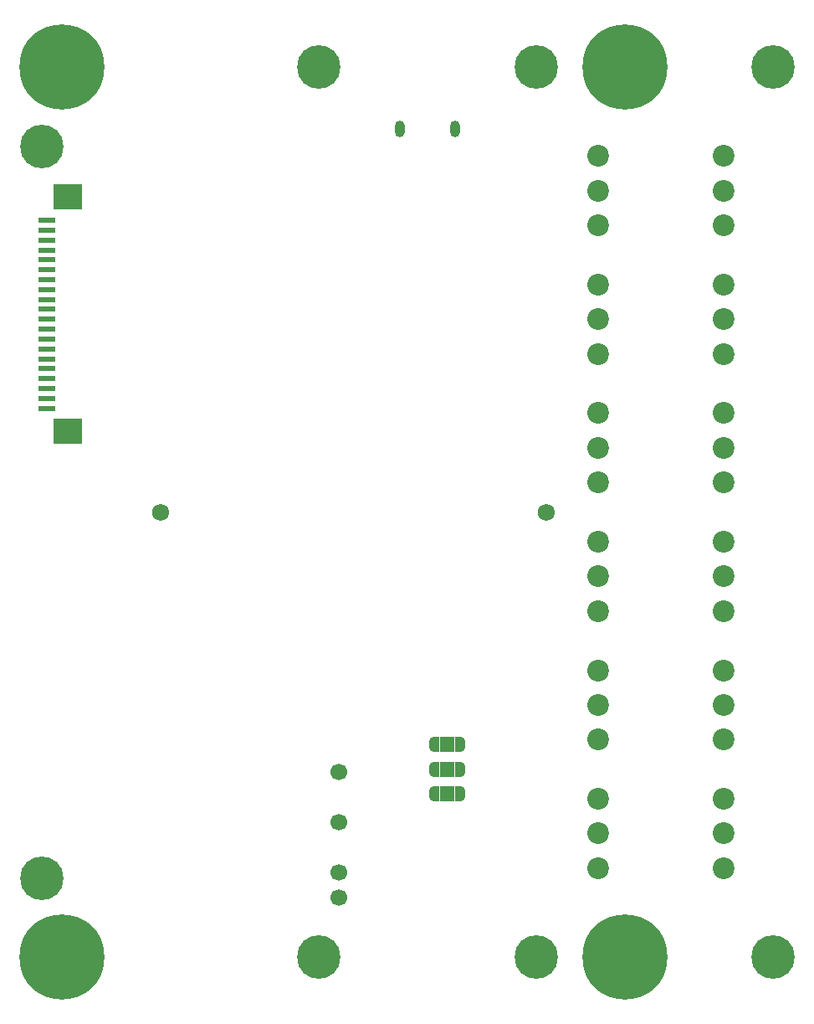
<source format=gbr>
%TF.GenerationSoftware,KiCad,Pcbnew,9.0.6*%
%TF.CreationDate,2025-11-30T12:45:29+03:00*%
%TF.ProjectId,PMIFC-1Wx12,504d4946-432d-4315-9778-31322e6b6963,rev?*%
%TF.SameCoordinates,PX3dfd240PY5f5e100*%
%TF.FileFunction,Soldermask,Bot*%
%TF.FilePolarity,Negative*%
%FSLAX46Y46*%
G04 Gerber Fmt 4.6, Leading zero omitted, Abs format (unit mm)*
G04 Created by KiCad (PCBNEW 9.0.6) date 2025-11-30 12:45:29*
%MOMM*%
%LPD*%
G01*
G04 APERTURE LIST*
G04 Aperture macros list*
%AMFreePoly0*
4,1,23,0.550000,-0.750000,0.000000,-0.750000,0.000000,-0.745722,-0.065263,-0.745722,-0.191342,-0.711940,-0.304381,-0.646677,-0.396677,-0.554381,-0.461940,-0.441342,-0.495722,-0.315263,-0.495722,-0.250000,-0.500000,-0.250000,-0.500000,0.250000,-0.495722,0.250000,-0.495722,0.315263,-0.461940,0.441342,-0.396677,0.554381,-0.304381,0.646677,-0.191342,0.711940,-0.065263,0.745722,0.000000,0.745722,
0.000000,0.750000,0.550000,0.750000,0.550000,-0.750000,0.550000,-0.750000,$1*%
%AMFreePoly1*
4,1,23,0.000000,0.745722,0.065263,0.745722,0.191342,0.711940,0.304381,0.646677,0.396677,0.554381,0.461940,0.441342,0.495722,0.315263,0.495722,0.250000,0.500000,0.250000,0.500000,-0.250000,0.495722,-0.250000,0.495722,-0.315263,0.461940,-0.441342,0.396677,-0.554381,0.304381,-0.646677,0.191342,-0.711940,0.065263,-0.745722,0.000000,-0.745722,0.000000,-0.750000,-0.550000,-0.750000,
-0.550000,0.750000,0.000000,0.750000,0.000000,0.745722,0.000000,0.745722,$1*%
G04 Aperture macros list end*
%ADD10C,0.700000*%
%ADD11C,4.400000*%
%ADD12C,2.200000*%
%ADD13C,1.725000*%
%ADD14C,0.900000*%
%ADD15C,8.600000*%
%ADD16O,1.000000X1.700000*%
%ADD17C,1.700000*%
%ADD18FreePoly0,180.000000*%
%ADD19R,1.000000X1.500000*%
%ADD20FreePoly1,180.000000*%
%ADD21R,1.800000X0.600000*%
%ADD22R,3.000000X2.600000*%
G04 APERTURE END LIST*
%TO.C,JP6*%
G36*
X4750000Y-25250000D02*
G01*
X3250000Y-25250000D01*
X3250000Y-26750000D01*
X4750000Y-26750000D01*
X4750000Y-25250000D01*
G37*
%TO.C,JP7*%
G36*
X4750000Y-22750000D02*
G01*
X3250000Y-22750000D01*
X3250000Y-24250000D01*
X4750000Y-24250000D01*
X4750000Y-22750000D01*
G37*
%TO.C,JP5*%
G36*
X4750000Y-27750000D02*
G01*
X3250000Y-27750000D01*
X3250000Y-29250000D01*
X4750000Y-29250000D01*
X4750000Y-27750000D01*
G37*
%TD*%
D10*
%TO.C,U1*%
X-38650000Y37000000D03*
X-38650000Y-37000000D03*
X-38166726Y38166726D03*
X-38166726Y35833274D03*
X-38166726Y-35833274D03*
X-38166726Y-38166726D03*
X-37000000Y38650000D03*
D11*
X-37000000Y37000000D03*
D10*
X-37000000Y35350000D03*
X-37000000Y-35350000D03*
D11*
X-37000000Y-37000000D03*
D10*
X-37000000Y-38650000D03*
X-35833274Y38166726D03*
X-35833274Y35833274D03*
X-35833274Y-35833274D03*
X-35833274Y-38166726D03*
X-35350000Y37000000D03*
X-35350000Y-37000000D03*
X-10650000Y45000000D03*
X-10650000Y-45000000D03*
X-10166726Y46166726D03*
X-10166726Y43833274D03*
X-10166726Y-43833274D03*
X-10166726Y-46166726D03*
X-9000000Y46650000D03*
D11*
X-9000000Y45000000D03*
D10*
X-9000000Y43350000D03*
X-9000000Y-43350000D03*
D11*
X-9000000Y-45000000D03*
D10*
X-9000000Y-46650000D03*
X-7833274Y46166726D03*
X-7833274Y43833274D03*
X-7833274Y-43833274D03*
X-7833274Y-46166726D03*
X-7350000Y45000000D03*
X-7350000Y-45000000D03*
%TD*%
D12*
%TO.C,J6*%
X32000000Y-36000000D03*
X32000000Y-32500000D03*
X32000000Y-29000000D03*
X19300000Y-36000000D03*
X19300000Y-32500000D03*
X19300000Y-29000000D03*
%TD*%
D13*
%TO.C,U4*%
X14000000Y0D03*
%TD*%
D10*
%TO.C,SP1*%
X11350000Y45000000D03*
X11350000Y-45000000D03*
X11833274Y46166726D03*
X11833274Y43833274D03*
X11833274Y-43833274D03*
X11833274Y-46166726D03*
X13000000Y46650000D03*
D11*
X13000000Y45000000D03*
D10*
X13000000Y43350000D03*
X13000000Y-43350000D03*
D11*
X13000000Y-45000000D03*
D10*
X13000000Y-46650000D03*
X14166726Y46166726D03*
X14166726Y43833274D03*
X14166726Y-43833274D03*
X14166726Y-46166726D03*
X14650000Y45000000D03*
X14650000Y-45000000D03*
X35350000Y45000000D03*
X35350000Y-45000000D03*
X35833274Y46166726D03*
X35833274Y43833274D03*
X35833274Y-43833274D03*
X35833274Y-46166726D03*
X37000000Y46650000D03*
D11*
X37000000Y45000000D03*
D10*
X37000000Y43350000D03*
X37000000Y-43350000D03*
D11*
X37000000Y-45000000D03*
D10*
X37000000Y-46650000D03*
X38166726Y46166726D03*
X38166726Y43833274D03*
X38166726Y-43833274D03*
X38166726Y-46166726D03*
X38650000Y45000000D03*
X38650000Y-45000000D03*
%TD*%
D12*
%TO.C,J4*%
X32000000Y3000000D03*
X32000000Y6500000D03*
X32000000Y10000000D03*
X19300000Y3000000D03*
X19300000Y6500000D03*
X19300000Y10000000D03*
%TD*%
D14*
%TO.C,H2*%
X-38225000Y45000000D03*
X-37280419Y47280419D03*
X-37280419Y42719581D03*
X-35000000Y48225000D03*
D15*
X-35000000Y45000000D03*
D14*
X-35000000Y41775000D03*
X-32719581Y47280419D03*
X-32719581Y42719581D03*
X-31775000Y45000000D03*
%TD*%
D12*
%TO.C,J1*%
X32000000Y29000000D03*
X32000000Y32500000D03*
X32000000Y36000000D03*
X19300000Y29000000D03*
X19300000Y32500000D03*
X19300000Y36000000D03*
%TD*%
D16*
%TO.C,J7*%
X4825001Y38752158D03*
X-825001Y38752158D03*
%TD*%
D13*
%TO.C,U3*%
X-25000000Y0D03*
%TD*%
D12*
%TO.C,J3*%
X32000000Y-10000000D03*
X32000000Y-6500000D03*
X32000000Y-3000000D03*
X19300000Y-10000000D03*
X19300000Y-6500000D03*
X19300000Y-3000000D03*
%TD*%
%TO.C,J2*%
X32000000Y16000000D03*
X32000000Y19500000D03*
X32000000Y23000000D03*
X19300000Y16000000D03*
X19300000Y19500000D03*
X19300000Y23000000D03*
%TD*%
D17*
%TO.C,PS1*%
X-7000000Y-39000000D03*
X-7000000Y-36460000D03*
X-7000000Y-31380000D03*
X-7000000Y-26300000D03*
%TD*%
D14*
%TO.C,H1*%
X18775000Y45000000D03*
X19719581Y47280419D03*
X19719581Y42719581D03*
X22000000Y48225000D03*
D15*
X22000000Y45000000D03*
D14*
X22000000Y41775000D03*
X24280419Y47280419D03*
X24280419Y42719581D03*
X25225000Y45000000D03*
%TD*%
%TO.C,H3*%
X18775000Y-45000000D03*
X19719581Y-42719581D03*
X19719581Y-47280419D03*
X22000000Y-41775000D03*
D15*
X22000000Y-45000000D03*
D14*
X22000000Y-48225000D03*
X24280419Y-42719581D03*
X24280419Y-47280419D03*
X25225000Y-45000000D03*
%TD*%
D12*
%TO.C,J5*%
X32000000Y-23000000D03*
X32000000Y-19500000D03*
X32000000Y-16000000D03*
X19300000Y-23000000D03*
X19300000Y-19500000D03*
X19300000Y-16000000D03*
%TD*%
D14*
%TO.C,H4*%
X-38225000Y-45000000D03*
X-37280419Y-42719581D03*
X-37280419Y-47280419D03*
X-35000000Y-41775000D03*
D15*
X-35000000Y-45000000D03*
D14*
X-35000000Y-48225000D03*
X-32719581Y-42719581D03*
X-32719581Y-47280419D03*
X-31775000Y-45000000D03*
%TD*%
D18*
%TO.C,JP6*%
X5300000Y-26000000D03*
D19*
X4000000Y-26000000D03*
D20*
X2700000Y-26000000D03*
%TD*%
D18*
%TO.C,JP7*%
X5300000Y-23500000D03*
D19*
X4000000Y-23500000D03*
D20*
X2700000Y-23500000D03*
%TD*%
D21*
%TO.C,JM2*%
X-36546000Y29500000D03*
X-36546000Y28500000D03*
X-36546000Y27500000D03*
X-36546000Y26500000D03*
X-36546000Y25500000D03*
X-36546000Y24500000D03*
X-36546000Y23500000D03*
X-36546000Y22500000D03*
X-36546000Y21500000D03*
X-36546000Y20500000D03*
X-36546000Y19500000D03*
X-36546000Y18500000D03*
X-36546000Y17500000D03*
X-36546000Y16500000D03*
X-36546000Y15500000D03*
X-36546000Y14500000D03*
X-36546000Y13500000D03*
X-36546000Y12500000D03*
X-36546000Y11500000D03*
X-36546000Y10500000D03*
D22*
X-34375000Y31850000D03*
X-34375000Y8150000D03*
%TD*%
D18*
%TO.C,JP5*%
X5300000Y-28500000D03*
D19*
X4000000Y-28500000D03*
D20*
X2700000Y-28500000D03*
%TD*%
M02*

</source>
